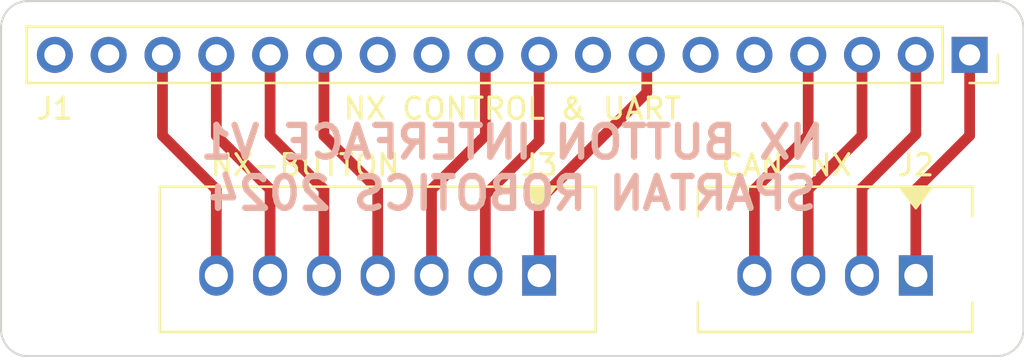
<source format=kicad_pcb>
(kicad_pcb (version 20221018) (generator pcbnew)
  (layers (0 "F.Cu" signal) (31 "B.Cu" signal) (34 "B.Paste" user) (35 "F.Paste" user) (36 "B.SilkS" user "B.Silkscreen") (37 "F.SilkS" user "F.Silkscreen") (38 "B.Mask" user) (39 "F.Mask" user) (44 "Edge.Cuts" user))
  (net 0 "")
  (net 1 "/CAN_TX")
  (net 2 "/CAN_RX")
  (net 3 "/GND")
  (net 4 "/3V3")
  (net 7 "/NX_PC_LED-")
  (net 9 "/UART2_RXD")
  (net 10 "/UART2_TXD")
  (net 13 "/SYS_RST_RCV_RTN")
  (net 14 "/~{SYS_RESET}")
  (net 15 "/~{REC}")
  (footprint "NX-ButtonInterface:70543-0006" (layer "F.Cu") (at 109.601 103.378)
    (fp_text reference "J3" (at 0 -5.207 unlocked) (layer "F.SilkS"))
    (fp_text value "NX-BUTTON" (at -11.049 -5.207 unlocked) (layer "F.SilkS"))
    (fp_line (start -17.907 -4.191) (end 2.667 -4.191) (stroke (width 0.12)) (layer "F.SilkS"))
    (fp_line (start -17.907 2.667) (end -17.907 -4.191) (stroke (width 0.12)) (layer "F.SilkS"))
    (fp_line (start -17.907 2.667) (end 2.667 2.667) (stroke (width 0.12)) (layer "F.SilkS"))
    (fp_line (start 2.667 2.667) (end 2.667 -4.191) (stroke (width 0.12)) (layer "F.SilkS"))
    (fp_poly (pts (xy 0 -3.175) (xy -0.762 -4.191) (xy 0.762 -4.191)) (stroke (width 0.12)) (fill solid) (layer "F.SilkS"))
    (pad "1" thru_hole rect (at 0 0) (size 1.6002 1.905) (drill 1.0922) (layers "*.Cu" "*.Mask") (net 7 "/NX_PC_LED-"))
    (pad "2" thru_hole oval (at -2.54 0) (size 1.6002 1.905) (drill 1.0922) (layers "*.Cu" "*.Mask") (net 9 "/UART2_RXD"))
    (pad "3" thru_hole oval (at -5.08 0) (size 1.6002 1.905) (drill 1.0922) (layers "*.Cu" "*.Mask") (net 10 "/UART2_TXD"))
    (pad "4" thru_hole oval (at -7.62 0) (size 1.6002 1.905) (drill 1.0922) (layers "*.Cu" "*.Mask") (net 13 "/SYS_RST_RCV_RTN"))
    (pad "5" thru_hole oval (at -10.16 0) (size 1.6002 1.905) (drill 1.0922) (layers "*.Cu" "*.Mask") (net 14 "/~{SYS_RESET}"))
    (pad "6" thru_hole oval (at -12.7 0) (size 1.6002 1.905) (drill 1.0922) (layers "*.Cu" "*.Mask") (net 13 "/SYS_RST_RCV_RTN"))
    (pad "7" thru_hole oval (at -15.24 0) (size 1.6002 1.905) (drill 1.0922) (layers "*.Cu" "*.Mask") (net 15 "/~{REC}"))
  )
  (footprint "NX-ButtonInterface:70543-0003" (layer "F.Cu") (at 127.381 103.378)
    (fp_text reference "J2" (at 0 -5.207 unlocked) (layer "F.SilkS"))
    (fp_text value "CAN-NX" (at -6.096 -5.207 unlocked) (layer "F.SilkS"))
    (fp_line (start -10.287 -4.191) (end 2.667 -4.191) (stroke (width 0.12)) (layer "F.SilkS"))
    (fp_line (start -10.287 -2.794) (end -10.287 -4.191) (stroke (width 0.12)) (layer "F.SilkS"))
    (fp_line (start -10.287 2.667) (end -10.287 1.27) (stroke (width 0.12)) (layer "F.SilkS"))
    (fp_line (start -10.287 2.667) (end 2.667 2.667) (stroke (width 0.12)) (layer "F.SilkS"))
    (fp_line (start 2.667 -2.794) (end 2.667 -4.191) (stroke (width 0.12)) (layer "F.SilkS"))
    (fp_line (start 2.667 2.667) (end 2.667 1.27) (stroke (width 0.12)) (layer "F.SilkS"))
    (fp_poly (pts (xy 0 -3.175) (xy -0.762 -4.191) (xy 0.762 -4.191)) (stroke (width 0.12)) (fill solid) (layer "F.SilkS"))
    (pad "1" thru_hole rect (at 0 0) (size 1.6002 1.905) (drill 1.0922) (layers "*.Cu" "*.Mask") (net 1 "/CAN_TX"))
    (pad "2" thru_hole oval (at -2.54 0) (size 1.6002 1.905) (drill 1.0922) (layers "*.Cu" "*.Mask") (net 2 "/CAN_RX"))
    (pad "3" thru_hole oval (at -5.08 0) (size 1.6002 1.905) (drill 1.0922) (layers "*.Cu" "*.Mask") (net 3 "/GND"))
    (pad "4" thru_hole oval (at -7.62 0) (size 1.6002 1.905) (drill 1.0922) (layers "*.Cu" "*.Mask") (net 4 "/3V3"))
  )
  (footprint "Connector_PinSocket_2.54mm:PinSocket_1x18_P2.54mm_Vertical" (layer "F.Cu") (at 129.921 92.964 -90)
    (fp_text reference "J1" (at 2.54 43.18) (layer "F.SilkS"))
    (fp_text value "NX CONTROL & UART" (at 2.54 21.59 -180) (layer "F.SilkS"))
    (fp_line (start -1.33 1.27) (end -1.33 44.51) (stroke (width 0.12)) (layer "F.SilkS"))
    (fp_line (start -1.33 1.27) (end 1.33 1.27) (stroke (width 0.12)) (layer "F.SilkS"))
    (fp_line (start -1.33 44.51) (end 1.33 44.51) (stroke (width 0.12)) (layer "F.SilkS"))
    (fp_line (start 0 -1.33) (end 1.33 -1.33) (stroke (width 0.12)) (layer "F.SilkS"))
    (fp_line (start 1.33 -1.33) (end 1.33 0) (stroke (width 0.12)) (layer "F.SilkS"))
    (fp_line (start 1.33 1.27) (end 1.33 44.51) (stroke (width 0.12)) (layer "F.SilkS"))
    (pad "1" thru_hole rect (at 0 0 270) (size 1.7 1.7) (drill 1) (layers "*.Cu" "*.Mask") (net 1 "/CAN_TX"))
    (pad "2" thru_hole oval (at 0 2.54 270) (size 1.7 1.7) (drill 1) (layers "*.Cu" "*.Mask") (net 2 "/CAN_RX"))
    (pad "3" thru_hole oval (at 0 5.08 270) (size 1.7 1.7) (drill 1) (layers "*.Cu" "*.Mask") (net 3 "/GND"))
    (pad "4" thru_hole oval (at 0 7.62 270) (size 1.7 1.7) (drill 1) (layers "*.Cu" "*.Mask") (net 4 "/3V3"))
    (pad "5" thru_hole oval (at 0 10.16 270) (size 1.7 1.7) (drill 1) (layers "*.Cu" "*.Mask"))
    (pad "6" thru_hole oval (at 0 12.7 270) (size 1.7 1.7) (drill 1) (layers "*.Cu" "*.Mask"))
    (pad "7" thru_hole oval (at 0 15.24 270) (size 1.7 1.7) (drill 1) (layers "*.Cu" "*.Mask") (net 7 "/NX_PC_LED-"))
    (pad "8" thru_hole oval (at 0 17.78 270) (size 1.7 1.7) (drill 1) (layers "*.Cu" "*.Mask"))
    (pad "9" thru_hole oval (at 0 20.32 270) (size 1.7 1.7) (drill 1) (layers "*.Cu" "*.Mask") (net 9 "/UART2_RXD"))
    (pad "10" thru_hole oval (at 0 22.86 270) (size 1.7 1.7) (drill 1) (layers "*.Cu" "*.Mask") (net 10 "/UART2_TXD"))
    (pad "11" thru_hole oval (at 0 25.4 270) (size 1.7 1.7) (drill 1) (layers "*.Cu" "*.Mask"))
    (pad "12" thru_hole oval (at 0 27.94 270) (size 1.7 1.7) (drill 1) (layers "*.Cu" "*.Mask"))
    (pad "13" thru_hole oval (at 0 30.48 270) (size 1.7 1.7) (drill 1) (layers "*.Cu" "*.Mask") (net 13 "/SYS_RST_RCV_RTN"))
    (pad "14" thru_hole oval (at 0 33.02 270) (size 1.7 1.7) (drill 1) (layers "*.Cu" "*.Mask") (net 14 "/~{SYS_RESET}"))
    (pad "15" thru_hole oval (at 0 35.56 270) (size 1.7 1.7) (drill 1) (layers "*.Cu" "*.Mask") (net 13 "/SYS_RST_RCV_RTN"))
    (pad "16" thru_hole oval (at 0 38.1 270) (size 1.7 1.7) (drill 1) (layers "*.Cu" "*.Mask") (net 15 "/~{REC}"))
    (pad "17" thru_hole oval (at 0 40.64 270) (size 1.7 1.7) (drill 1) (layers "*.Cu" "*.Mask"))
    (pad "18" thru_hole oval (at 0 43.18 270) (size 1.7 1.7) (drill 1) (layers "*.Cu" "*.Mask"))
  )
  (gr_line (start 132.461 91.694) (end 132.461 105.918) (stroke (width 0.1)) (layer "Edge.Cuts"))
  (gr_arc (start 85.471 107.188) (mid 84.572974 106.816026) (end 84.201 105.918) (stroke (width 0.1)) (layer "Edge.Cuts"))
  (gr_line (start 85.471 90.424) (end 131.191 90.424) (stroke (width 0.1)) (layer "Edge.Cuts"))
  (gr_arc (start 131.191 90.424) (mid 132.089026 90.795974) (end 132.461 91.694) (stroke (width 0.1)) (layer "Edge.Cuts"))
  (gr_arc (start 132.461 105.918) (mid 132.089026 106.816026) (end 131.191 107.188) (stroke (width 0.1)) (layer "Edge.Cuts"))
  (gr_arc (start 84.201 91.694) (mid 84.572974 90.795974) (end 85.471 90.424) (stroke (width 0.1)) (layer "Edge.Cuts"))
  (gr_line (start 84.201 105.918) (end 84.201 91.694) (stroke (width 0.1)) (layer "Edge.Cuts"))
  (gr_line (start 131.191 107.188) (end 85.471 107.188) (stroke (width 0.1)) (layer "Edge.Cuts"))
  (gr_text "NX BUTTON INTERFACE V1\nSPARTAN ROBOTICS 2024" (at 108.331 98.298) (layer "B.SilkS") (effects (font (size 1.5 1.5) (thickness 0.3) bold) (justify mirror)))
  (segment (start 129.921 96.774) (end 127.381 99.314) (width 0.508) (layer "F.Cu") (net 1))
  (segment (start 127.381 99.314) (end 127.381 103.378) (width 0.508) (layer "F.Cu") (net 1))
  (segment (start 129.921 92.964) (end 129.921 96.774) (width 0.508) (layer "F.Cu") (net 1))
  (segment (start 127.381 92.964) (end 127.381 96.7105) (width 0.508) (layer "F.Cu") (net 2))
  (segment (start 124.841 99.2505) (end 124.841 103.378) (width 0.508) (layer "F.Cu") (net 2))
  (segment (start 127.381 96.7105) (end 124.841 99.2505) (width 0.508) (layer "F.Cu") (net 2))
  (segment (start 124.841 96.774) (end 122.301 99.314) (width 0.508) (layer "F.Cu") (net 3))
  (segment (start 122.301 99.314) (end 122.301 103.378) (width 0.508) (layer "F.Cu") (net 3))
  (segment (start 124.841 92.964) (end 124.841 96.774) (width 0.508) (layer "F.Cu") (net 3))
  (segment (start 119.761 99.314) (end 119.761 103.378) (width 0.508) (layer "F.Cu") (net 4))
  (segment (start 122.301 92.964) (end 122.301 96.774) (width 0.508) (layer "F.Cu") (net 4))
  (segment (start 122.301 96.774) (end 119.761 99.314) (width 0.508) (layer "F.Cu") (net 4))
  (segment (start 109.601 103.378) (end 109.601 99.822) (width 0.508) (layer "F.Cu") (net 7))
  (segment (start 114.681 94.742) (end 114.681 92.964) (width 0.508) (layer "F.Cu") (net 7))
  (segment (start 109.601 99.822) (end 114.681 94.742) (width 0.508) (layer "F.Cu") (net 7))
  (segment (start 107.061 103.378) (end 107.061 99.568) (width 0.508) (layer "F.Cu") (net 9))
  (segment (start 107.061 99.568) (end 109.601 97.028) (width 0.508) (layer "F.Cu") (net 9))
  (segment (start 109.601 97.028) (end 109.601 92.964) (width 0.508) (layer "F.Cu") (net 9))
  (segment (start 104.521 99.314) (end 104.521 103.378) (width 0.508) (layer "F.Cu") (net 10))
  (segment (start 107.061 92.964) (end 107.061 96.774) (width 0.508) (layer "F.Cu") (net 10))
  (segment (start 107.061 96.774) (end 104.521 99.314) (width 0.508) (layer "F.Cu") (net 10))
  (segment (start 96.901 99.314) (end 96.901 103.378) (width 0.508) (layer "F.Cu") (net 13))
  (segment (start 101.981 99.314) (end 101.981 103.378) (width 0.508) (layer "F.Cu") (net 13))
  (segment (start 99.441 92.964) (end 99.441 96.774) (width 0.508) (layer "F.Cu") (net 13))
  (segment (start 99.441 96.774) (end 101.981 99.314) (width 0.508) (layer "F.Cu") (net 13))
  (segment (start 94.361 92.964) (end 94.361 96.774) (width 0.508) (layer "F.Cu") (net 13))
  (segment (start 94.361 96.774) (end 96.901 99.314) (width 0.508) (layer "F.Cu") (net 13))
  (segment (start 99.441 99.314) (end 99.441 103.378) (width 0.508) (layer "F.Cu") (net 14))
  (segment (start 96.901 92.964) (end 96.901 96.774) (width 0.508) (layer "F.Cu") (net 14))
  (segment (start 96.901 96.774) (end 99.441 99.314) (width 0.508) (layer "F.Cu") (net 14))
  (segment (start 91.821 96.774) (end 94.361 99.314) (width 0.508) (layer "F.Cu") (net 15))
  (segment (start 94.361 99.314) (end 94.361 103.378) (width 0.508) (layer "F.Cu") (net 15))
  (segment (start 91.821 92.964) (end 91.821 96.774) (width 0.508) (layer "F.Cu") (net 15))
)
</source>
